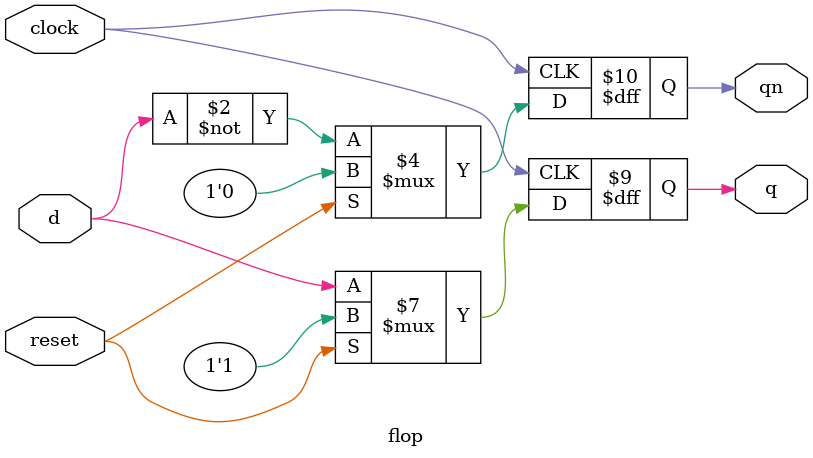
<source format=v>
module flop(

	// inputs
	input wire clock,
	input wire reset,
	input wire d,

	// outputs
	output reg q,
	output reg qn);

	// D-type flip-flop
	// synchronous reset
	always @ (posedge clock) begin
		if(reset) begin
			q <= 1;
			qn <= 0;
		end else begin
			q <= d;
			qn <= ~d;
		end
	end

endmodule

</source>
